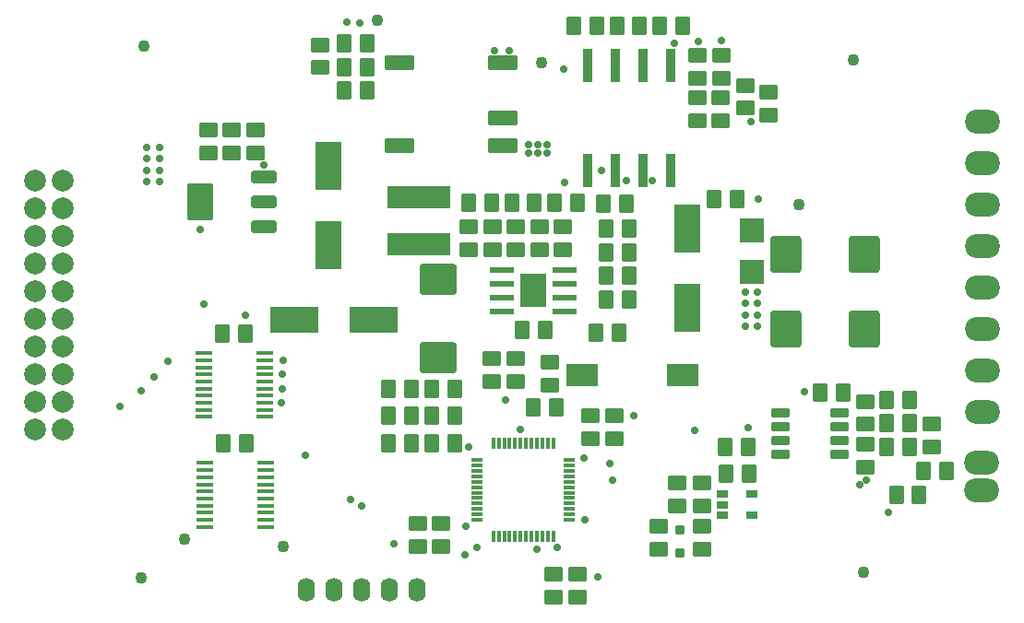
<source format=gts>
G04*
G04 #@! TF.GenerationSoftware,Altium Limited,Altium Designer,23.8.1 (32)*
G04*
G04 Layer_Color=8388736*
%FSLAX44Y44*%
%MOMM*%
G71*
G04*
G04 #@! TF.SameCoordinates,5CA60E89-82B3-479B-9089-D34F769FB2F0*
G04*
G04*
G04 #@! TF.FilePolarity,Negative*
G04*
G01*
G75*
%ADD25R,2.4000X3.1000*%
G04:AMPARAMS|DCode=42|XSize=2.2732mm|YSize=2.2632mm|CornerRadius=0.2046mm|HoleSize=0mm|Usage=FLASHONLY|Rotation=270.000|XOffset=0mm|YOffset=0mm|HoleType=Round|Shape=RoundedRectangle|*
%AMROUNDEDRECTD42*
21,1,2.2732,1.8540,0,0,270.0*
21,1,1.8640,2.2632,0,0,270.0*
1,1,0.4092,-0.9270,-0.9320*
1,1,0.4092,-0.9270,0.9320*
1,1,0.4092,0.9270,0.9320*
1,1,0.4092,0.9270,-0.9320*
%
%ADD42ROUNDEDRECTD42*%
G04:AMPARAMS|DCode=43|XSize=1.66mm|YSize=1.32mm|CornerRadius=0.111mm|HoleSize=0mm|Usage=FLASHONLY|Rotation=270.000|XOffset=0mm|YOffset=0mm|HoleType=Round|Shape=RoundedRectangle|*
%AMROUNDEDRECTD43*
21,1,1.6600,1.0980,0,0,270.0*
21,1,1.4380,1.3200,0,0,270.0*
1,1,0.2220,-0.5490,-0.7190*
1,1,0.2220,-0.5490,0.7190*
1,1,0.2220,0.5490,0.7190*
1,1,0.2220,0.5490,-0.7190*
%
%ADD43ROUNDEDRECTD43*%
G04:AMPARAMS|DCode=44|XSize=1.66mm|YSize=1.32mm|CornerRadius=0.111mm|HoleSize=0mm|Usage=FLASHONLY|Rotation=0.000|XOffset=0mm|YOffset=0mm|HoleType=Round|Shape=RoundedRectangle|*
%AMROUNDEDRECTD44*
21,1,1.6600,1.0980,0,0,0.0*
21,1,1.4380,1.3200,0,0,0.0*
1,1,0.2220,0.7190,-0.5490*
1,1,0.2220,-0.7190,-0.5490*
1,1,0.2220,-0.7190,0.5490*
1,1,0.2220,0.7190,0.5490*
%
%ADD44ROUNDEDRECTD44*%
%ADD45R,5.8000X2.1000*%
G04:AMPARAMS|DCode=46|XSize=0.55mm|YSize=2.25mm|CornerRadius=0.0613mm|HoleSize=0mm|Usage=FLASHONLY|Rotation=270.000|XOffset=0mm|YOffset=0mm|HoleType=Round|Shape=RoundedRectangle|*
%AMROUNDEDRECTD46*
21,1,0.5500,2.1275,0,0,270.0*
21,1,0.4275,2.2500,0,0,270.0*
1,1,0.1225,-1.0638,-0.2138*
1,1,0.1225,-1.0638,0.2138*
1,1,0.1225,1.0638,0.2138*
1,1,0.1225,1.0638,-0.2138*
%
%ADD46ROUNDEDRECTD46*%
%ADD47R,1.1000X0.6500*%
G04:AMPARAMS|DCode=48|XSize=1.1mm|YSize=0.32mm|CornerRadius=0.0555mm|HoleSize=0mm|Usage=FLASHONLY|Rotation=180.000|XOffset=0mm|YOffset=0mm|HoleType=Round|Shape=RoundedRectangle|*
%AMROUNDEDRECTD48*
21,1,1.1000,0.2090,0,0,180.0*
21,1,0.9890,0.3200,0,0,180.0*
1,1,0.1110,-0.4945,0.1045*
1,1,0.1110,0.4945,0.1045*
1,1,0.1110,0.4945,-0.1045*
1,1,0.1110,-0.4945,-0.1045*
%
%ADD48ROUNDEDRECTD48*%
G04:AMPARAMS|DCode=49|XSize=1.1mm|YSize=0.32mm|CornerRadius=0.0555mm|HoleSize=0mm|Usage=FLASHONLY|Rotation=270.000|XOffset=0mm|YOffset=0mm|HoleType=Round|Shape=RoundedRectangle|*
%AMROUNDEDRECTD49*
21,1,1.1000,0.2090,0,0,270.0*
21,1,0.9890,0.3200,0,0,270.0*
1,1,0.1110,-0.1045,-0.4945*
1,1,0.1110,-0.1045,0.4945*
1,1,0.1110,0.1045,0.4945*
1,1,0.1110,0.1045,-0.4945*
%
%ADD49ROUNDEDRECTD49*%
G04:AMPARAMS|DCode=50|XSize=1.1532mm|YSize=2.3532mm|CornerRadius=0.1491mm|HoleSize=0mm|Usage=FLASHONLY|Rotation=90.000|XOffset=0mm|YOffset=0mm|HoleType=Round|Shape=RoundedRectangle|*
%AMROUNDEDRECTD50*
21,1,1.1532,2.0550,0,0,90.0*
21,1,0.8550,2.3532,0,0,90.0*
1,1,0.2982,1.0275,0.4275*
1,1,0.2982,1.0275,-0.4275*
1,1,0.2982,-1.0275,-0.4275*
1,1,0.2982,-1.0275,0.4275*
%
%ADD50ROUNDEDRECTD50*%
G04:AMPARAMS|DCode=51|XSize=3.4532mm|YSize=2.3532mm|CornerRadius=0.2091mm|HoleSize=0mm|Usage=FLASHONLY|Rotation=270.000|XOffset=0mm|YOffset=0mm|HoleType=Round|Shape=RoundedRectangle|*
%AMROUNDEDRECTD51*
21,1,3.4532,1.9350,0,0,270.0*
21,1,3.0350,2.3532,0,0,270.0*
1,1,0.4182,-0.9675,-1.5175*
1,1,0.4182,-0.9675,1.5175*
1,1,0.4182,0.9675,1.5175*
1,1,0.4182,0.9675,-1.5175*
%
%ADD51ROUNDEDRECTD51*%
G04:AMPARAMS|DCode=52|XSize=0.8032mm|YSize=1.7532mm|CornerRadius=0.1316mm|HoleSize=0mm|Usage=FLASHONLY|Rotation=270.000|XOffset=0mm|YOffset=0mm|HoleType=Round|Shape=RoundedRectangle|*
%AMROUNDEDRECTD52*
21,1,0.8032,1.4900,0,0,270.0*
21,1,0.5400,1.7532,0,0,270.0*
1,1,0.2632,-0.7450,-0.2700*
1,1,0.2632,-0.7450,0.2700*
1,1,0.2632,0.7450,0.2700*
1,1,0.2632,0.7450,-0.2700*
%
%ADD52ROUNDEDRECTD52*%
G04:AMPARAMS|DCode=53|XSize=3.05mm|YSize=0.85mm|CornerRadius=0.0688mm|HoleSize=0mm|Usage=FLASHONLY|Rotation=90.000|XOffset=0mm|YOffset=0mm|HoleType=Round|Shape=RoundedRectangle|*
%AMROUNDEDRECTD53*
21,1,3.0500,0.7125,0,0,90.0*
21,1,2.9125,0.8500,0,0,90.0*
1,1,0.1375,0.3563,1.4563*
1,1,0.1375,0.3563,-1.4563*
1,1,0.1375,-0.3563,-1.4563*
1,1,0.1375,-0.3563,1.4563*
%
%ADD53ROUNDEDRECTD53*%
G04:AMPARAMS|DCode=54|XSize=0.8mm|YSize=0.8mm|CornerRadius=0.1025mm|HoleSize=0mm|Usage=FLASHONLY|Rotation=90.000|XOffset=0mm|YOffset=0mm|HoleType=Round|Shape=RoundedRectangle|*
%AMROUNDEDRECTD54*
21,1,0.8000,0.5950,0,0,90.0*
21,1,0.5950,0.8000,0,0,90.0*
1,1,0.2050,0.2975,0.2975*
1,1,0.2050,0.2975,-0.2975*
1,1,0.2050,-0.2975,-0.2975*
1,1,0.2050,-0.2975,0.2975*
%
%ADD54ROUNDEDRECTD54*%
G04:AMPARAMS|DCode=55|XSize=2.8032mm|YSize=3.4032mm|CornerRadius=0.2316mm|HoleSize=0mm|Usage=FLASHONLY|Rotation=180.000|XOffset=0mm|YOffset=0mm|HoleType=Round|Shape=RoundedRectangle|*
%AMROUNDEDRECTD55*
21,1,2.8032,2.9400,0,0,180.0*
21,1,2.3400,3.4032,0,0,180.0*
1,1,0.4632,-1.1700,1.4700*
1,1,0.4632,1.1700,1.4700*
1,1,0.4632,1.1700,-1.4700*
1,1,0.4632,-1.1700,-1.4700*
%
%ADD55ROUNDEDRECTD55*%
G04:AMPARAMS|DCode=56|XSize=2.8032mm|YSize=3.4032mm|CornerRadius=0.2316mm|HoleSize=0mm|Usage=FLASHONLY|Rotation=90.000|XOffset=0mm|YOffset=0mm|HoleType=Round|Shape=RoundedRectangle|*
%AMROUNDEDRECTD56*
21,1,2.8032,2.9400,0,0,90.0*
21,1,2.3400,3.4032,0,0,90.0*
1,1,0.4632,1.4700,1.1700*
1,1,0.4632,1.4700,-1.1700*
1,1,0.4632,-1.4700,-1.1700*
1,1,0.4632,-1.4700,1.1700*
%
%ADD56ROUNDEDRECTD56*%
%ADD57R,2.8500X2.1000*%
%ADD58C,1.1000*%
%ADD59R,1.6500X0.3500*%
G04:AMPARAMS|DCode=60|XSize=1.37mm|YSize=2.64mm|CornerRadius=0.0818mm|HoleSize=0mm|Usage=FLASHONLY|Rotation=90.000|XOffset=0mm|YOffset=0mm|HoleType=Round|Shape=RoundedRectangle|*
%AMROUNDEDRECTD60*
21,1,1.3700,2.4765,0,0,90.0*
21,1,1.2065,2.6400,0,0,90.0*
1,1,0.1635,1.2383,0.6033*
1,1,0.1635,1.2383,-0.6033*
1,1,0.1635,-1.2383,-0.6033*
1,1,0.1635,-1.2383,0.6033*
%
%ADD60ROUNDEDRECTD60*%
%ADD61R,4.4032X2.4032*%
%ADD62R,2.4032X4.4032*%
%ADD63O,1.6000X2.2000*%
%ADD64O,3.2032X2.2032*%
%ADD65C,2.0032*%
%ADD66C,0.8032*%
%ADD67C,0.7000*%
D25*
X501601Y293624D02*
D03*
D42*
X702310Y348796D02*
D03*
Y311096D02*
D03*
D43*
X617896Y536956D02*
D03*
X638896D02*
D03*
X429600Y203454D02*
D03*
X408600D02*
D03*
X429600Y178435D02*
D03*
X408600D02*
D03*
X429600Y153416D02*
D03*
X408600D02*
D03*
X349336Y520700D02*
D03*
X328336D02*
D03*
X538902Y536956D02*
D03*
X559902D02*
D03*
X566588Y373126D02*
D03*
X587588D02*
D03*
X880958Y128016D02*
D03*
X859958D02*
D03*
X826430Y150114D02*
D03*
X847430D02*
D03*
X523072Y186690D02*
D03*
X502072D02*
D03*
X835066Y106172D02*
D03*
X856066D02*
D03*
X699348Y150368D02*
D03*
X678348D02*
D03*
X826430Y171958D02*
D03*
X847430D02*
D03*
X826430Y193548D02*
D03*
X847430D02*
D03*
X569128Y328930D02*
D03*
X590128D02*
D03*
X569128Y350774D02*
D03*
X590128D02*
D03*
X590128Y307594D02*
D03*
X569128D02*
D03*
X569128Y285750D02*
D03*
X590128D02*
D03*
X237576Y254254D02*
D03*
X216576D02*
D03*
X328336Y499110D02*
D03*
X349336D02*
D03*
X328336Y477266D02*
D03*
X349336D02*
D03*
X668188Y377698D02*
D03*
X689188D02*
D03*
X599526Y536956D02*
D03*
X578526D02*
D03*
X521376Y374396D02*
D03*
X542376D02*
D03*
X503006Y374142D02*
D03*
X482006D02*
D03*
X238338Y153670D02*
D03*
X217338D02*
D03*
X699856Y125476D02*
D03*
X678856D02*
D03*
X765470Y200152D02*
D03*
X786470D02*
D03*
X442841Y374396D02*
D03*
X463841D02*
D03*
X559730Y255016D02*
D03*
X580730D02*
D03*
X512863Y257302D02*
D03*
X491863D02*
D03*
X369230Y203454D02*
D03*
X390230D02*
D03*
X369230Y178435D02*
D03*
X390230D02*
D03*
X369230Y153416D02*
D03*
X390230D02*
D03*
D44*
X652780Y488610D02*
D03*
Y509610D02*
D03*
X674370Y509610D02*
D03*
Y488610D02*
D03*
X674116Y471002D02*
D03*
Y450002D02*
D03*
X652526Y471002D02*
D03*
Y450002D02*
D03*
X806450Y152404D02*
D03*
Y131404D02*
D03*
X617046Y56302D02*
D03*
Y77302D02*
D03*
X867410Y171282D02*
D03*
Y150282D02*
D03*
X656416Y56302D02*
D03*
Y77302D02*
D03*
X806450Y191774D02*
D03*
Y170774D02*
D03*
X717804Y475828D02*
D03*
Y454828D02*
D03*
X529336Y352384D02*
D03*
Y331384D02*
D03*
X464517Y331384D02*
D03*
Y352384D02*
D03*
X507746Y331384D02*
D03*
Y352384D02*
D03*
X485902Y352384D02*
D03*
Y331384D02*
D03*
X696214Y482178D02*
D03*
Y461178D02*
D03*
X417576Y58842D02*
D03*
Y79842D02*
D03*
X395986Y58842D02*
D03*
Y79842D02*
D03*
X634318Y116672D02*
D03*
Y95672D02*
D03*
X542464Y11852D02*
D03*
Y32852D02*
D03*
X520874Y11852D02*
D03*
Y32852D02*
D03*
X516890Y227670D02*
D03*
Y206670D02*
D03*
X656416Y116672D02*
D03*
Y95672D02*
D03*
X485728Y210226D02*
D03*
Y231226D02*
D03*
X464138Y210226D02*
D03*
Y231226D02*
D03*
X576257Y157566D02*
D03*
Y178566D02*
D03*
X554667Y157566D02*
D03*
Y178566D02*
D03*
X442927Y352384D02*
D03*
Y331384D02*
D03*
X203628Y441284D02*
D03*
Y420284D02*
D03*
X225218Y441284D02*
D03*
Y420284D02*
D03*
X246808Y441284D02*
D03*
Y420284D02*
D03*
X306578Y498516D02*
D03*
Y519516D02*
D03*
D45*
X396494Y379828D02*
D03*
Y335828D02*
D03*
D46*
X530351Y274574D02*
D03*
Y287274D02*
D03*
Y299974D02*
D03*
Y312674D02*
D03*
X472851Y274574D02*
D03*
Y287274D02*
D03*
Y299974D02*
D03*
Y312674D02*
D03*
D47*
X702856Y106528D02*
D03*
X675856D02*
D03*
Y97028D02*
D03*
Y87528D02*
D03*
X702856D02*
D03*
D48*
X450260Y82990D02*
D03*
Y87990D02*
D03*
Y92990D02*
D03*
Y97990D02*
D03*
Y102990D02*
D03*
Y107990D02*
D03*
Y112990D02*
D03*
Y117990D02*
D03*
Y122990D02*
D03*
Y127990D02*
D03*
Y132990D02*
D03*
X535260Y137990D02*
D03*
Y132990D02*
D03*
Y127990D02*
D03*
Y122990D02*
D03*
Y117990D02*
D03*
Y112990D02*
D03*
Y107990D02*
D03*
Y102990D02*
D03*
Y97990D02*
D03*
Y92990D02*
D03*
Y87990D02*
D03*
X450260Y137990D02*
D03*
X535260Y82990D02*
D03*
D49*
X520260Y67990D02*
D03*
X515260D02*
D03*
X510260D02*
D03*
X505260D02*
D03*
X500260D02*
D03*
X495260D02*
D03*
X490260D02*
D03*
X485260D02*
D03*
X480260D02*
D03*
X475260D02*
D03*
X470260D02*
D03*
X465260D02*
D03*
Y152990D02*
D03*
X470260D02*
D03*
X475260D02*
D03*
X480260D02*
D03*
X485260D02*
D03*
X490260D02*
D03*
X495260D02*
D03*
X500260D02*
D03*
X505260D02*
D03*
X510260D02*
D03*
X515260D02*
D03*
X520260D02*
D03*
D50*
X254262Y352158D02*
D03*
Y375158D02*
D03*
Y398158D02*
D03*
D51*
X196262Y375158D02*
D03*
D52*
X728925Y181356D02*
D03*
Y168656D02*
D03*
Y155956D02*
D03*
Y143256D02*
D03*
X782925D02*
D03*
Y155956D02*
D03*
Y168656D02*
D03*
Y181356D02*
D03*
D53*
X551942Y404374D02*
D03*
X577342D02*
D03*
X602742D02*
D03*
X628142D02*
D03*
X551942Y500374D02*
D03*
X577342D02*
D03*
X602742D02*
D03*
X628142D02*
D03*
D54*
X636604Y74050D02*
D03*
Y52950D02*
D03*
D55*
X805747Y327221D02*
D03*
X733747D02*
D03*
X805747Y258641D02*
D03*
X733747D02*
D03*
D56*
X414528Y231912D02*
D03*
Y303912D02*
D03*
D57*
X546586Y216154D02*
D03*
X639086D02*
D03*
D58*
X804926Y34544D02*
D03*
X272796Y58420D02*
D03*
X182118Y65024D02*
D03*
X144526Y518160D02*
D03*
X141986Y29718D02*
D03*
X796036Y505460D02*
D03*
X745744Y372364D02*
D03*
X359156Y541782D02*
D03*
X509524Y503428D02*
D03*
D59*
X256092Y76668D02*
D03*
Y83168D02*
D03*
Y89668D02*
D03*
Y96168D02*
D03*
Y102668D02*
D03*
Y109168D02*
D03*
Y115668D02*
D03*
Y122168D02*
D03*
Y128668D02*
D03*
Y135168D02*
D03*
X200092D02*
D03*
Y128668D02*
D03*
Y122168D02*
D03*
Y115668D02*
D03*
Y109168D02*
D03*
Y102668D02*
D03*
Y96168D02*
D03*
Y89668D02*
D03*
Y83168D02*
D03*
Y76668D02*
D03*
X199838Y177506D02*
D03*
Y184006D02*
D03*
Y190506D02*
D03*
Y197006D02*
D03*
Y203506D02*
D03*
Y210006D02*
D03*
Y216506D02*
D03*
Y223006D02*
D03*
Y229506D02*
D03*
Y236006D02*
D03*
X255838D02*
D03*
Y229506D02*
D03*
Y223006D02*
D03*
Y216506D02*
D03*
Y210006D02*
D03*
Y203506D02*
D03*
Y197006D02*
D03*
Y190506D02*
D03*
Y184006D02*
D03*
Y177506D02*
D03*
D60*
X474116Y426416D02*
D03*
Y451816D02*
D03*
Y502716D02*
D03*
X378816Y426416D02*
D03*
Y502716D02*
D03*
D61*
X355524Y266954D02*
D03*
X282524D02*
D03*
D62*
X642874Y350444D02*
D03*
Y277444D02*
D03*
X314198Y335610D02*
D03*
Y408610D02*
D03*
D63*
X293624Y19050D02*
D03*
X319024D02*
D03*
X344424D02*
D03*
X369824D02*
D03*
X395224D02*
D03*
D64*
X913130Y110490D02*
D03*
Y135890D02*
D03*
X914400Y182160D02*
D03*
Y220260D02*
D03*
Y258360D02*
D03*
Y296460D02*
D03*
Y334560D02*
D03*
Y372660D02*
D03*
Y410760D02*
D03*
Y448860D02*
D03*
D65*
X70322Y394252D02*
D03*
Y368852D02*
D03*
Y343452D02*
D03*
Y318052D02*
D03*
Y292652D02*
D03*
Y267252D02*
D03*
Y241852D02*
D03*
Y216452D02*
D03*
Y191052D02*
D03*
Y165652D02*
D03*
X44922Y394252D02*
D03*
Y368852D02*
D03*
Y343452D02*
D03*
Y318052D02*
D03*
Y292652D02*
D03*
Y267252D02*
D03*
Y241852D02*
D03*
Y216452D02*
D03*
Y191052D02*
D03*
Y165652D02*
D03*
D66*
X493981Y283464D02*
D03*
Y293624D02*
D03*
Y303784D02*
D03*
X509221D02*
D03*
Y293624D02*
D03*
Y283464D02*
D03*
D67*
X199644Y281432D02*
D03*
X237998Y270764D02*
D03*
X827446Y89662D02*
D03*
X530352Y392684D02*
D03*
X514858Y419862D02*
D03*
X506349D02*
D03*
X497840D02*
D03*
X514858Y427736D02*
D03*
X506349D02*
D03*
X497840D02*
D03*
X631190Y520446D02*
D03*
X529844Y497078D02*
D03*
X702056Y448564D02*
D03*
X158750Y394208D02*
D03*
Y404114D02*
D03*
Y415036D02*
D03*
Y425450D02*
D03*
X147066D02*
D03*
Y415036D02*
D03*
Y404114D02*
D03*
Y394208D02*
D03*
X696214Y261112D02*
D03*
Y271018D02*
D03*
Y281940D02*
D03*
Y292354D02*
D03*
X707898D02*
D03*
Y281940D02*
D03*
Y271018D02*
D03*
Y261112D02*
D03*
X650240Y165608D02*
D03*
X807212Y119634D02*
D03*
X564388Y404368D02*
D03*
X593852Y179070D02*
D03*
X699262Y167386D02*
D03*
X750570Y200914D02*
D03*
X801370Y115062D02*
D03*
X254262Y408800D02*
D03*
X342646Y539750D02*
D03*
X330962Y540004D02*
D03*
X479552Y513842D02*
D03*
X466598Y514096D02*
D03*
X653542Y522478D02*
D03*
X611378Y394716D02*
D03*
X587502Y394970D02*
D03*
X574802Y119888D02*
D03*
X571754Y134366D02*
D03*
X439420Y51308D02*
D03*
X440182Y77216D02*
D03*
X449834Y57658D02*
D03*
X490260Y165902D02*
D03*
X505206Y56388D02*
D03*
X708660Y377444D02*
D03*
X524256Y57404D02*
D03*
X561340Y30988D02*
D03*
X373634Y60960D02*
D03*
X476250Y193548D02*
D03*
X548132Y140208D02*
D03*
X548894Y83058D02*
D03*
X122936Y186944D02*
D03*
X442976Y149606D02*
D03*
X293116Y141986D02*
D03*
X272542Y229506D02*
D03*
X271272Y216506D02*
D03*
X271018Y190754D02*
D03*
X271272Y203708D02*
D03*
X334518Y102004D02*
D03*
X344678Y95504D02*
D03*
X141732Y201422D02*
D03*
X154178Y214630D02*
D03*
X166370Y228600D02*
D03*
X196262Y349460D02*
D03*
X674370Y522986D02*
D03*
M02*

</source>
